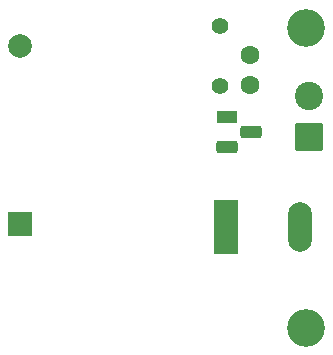
<source format=gbr>
%TF.GenerationSoftware,KiCad,Pcbnew,9.0.3*%
%TF.CreationDate,2025-11-18T21:13:43-05:00*%
%TF.ProjectId,digikey_water-alarm,64696769-6b65-4795-9f77-617465722d61,rev?*%
%TF.SameCoordinates,Original*%
%TF.FileFunction,Soldermask,Top*%
%TF.FilePolarity,Negative*%
%FSLAX46Y46*%
G04 Gerber Fmt 4.6, Leading zero omitted, Abs format (unit mm)*
G04 Created by KiCad (PCBNEW 9.0.3) date 2025-11-18 21:13:43*
%MOMM*%
%LPD*%
G01*
G04 APERTURE LIST*
G04 Aperture macros list*
%AMRoundRect*
0 Rectangle with rounded corners*
0 $1 Rounding radius*
0 $2 $3 $4 $5 $6 $7 $8 $9 X,Y pos of 4 corners*
0 Add a 4 corners polygon primitive as box body*
4,1,4,$2,$3,$4,$5,$6,$7,$8,$9,$2,$3,0*
0 Add four circle primitives for the rounded corners*
1,1,$1+$1,$2,$3*
1,1,$1+$1,$4,$5*
1,1,$1+$1,$6,$7*
1,1,$1+$1,$8,$9*
0 Add four rect primitives between the rounded corners*
20,1,$1+$1,$2,$3,$4,$5,0*
20,1,$1+$1,$4,$5,$6,$7,0*
20,1,$1+$1,$6,$7,$8,$9,0*
20,1,$1+$1,$8,$9,$2,$3,0*%
G04 Aperture macros list end*
%ADD10R,1.800000X1.100000*%
%ADD11RoundRect,0.275000X-0.625000X0.275000X-0.625000X-0.275000X0.625000X-0.275000X0.625000X0.275000X0*%
%ADD12C,3.200000*%
%ADD13C,1.400000*%
%ADD14C,1.600000*%
%ADD15RoundRect,0.250001X0.949999X-0.949999X0.949999X0.949999X-0.949999X0.949999X-0.949999X-0.949999X0*%
%ADD16C,2.400000*%
%ADD17R,2.000000X2.000000*%
%ADD18C,2.000000*%
%ADD19R,2.000000X4.600000*%
%ADD20O,2.000000X4.200000*%
G04 APERTURE END LIST*
D10*
%TO.C,Q1*%
X151238000Y-93599000D03*
D11*
X153308000Y-94869000D03*
X151238000Y-96139000D03*
%TD*%
D12*
%TO.C,REF\u002A\u002A*%
X157988000Y-111404400D03*
%TD*%
D13*
%TO.C,R1*%
X150698200Y-85877400D03*
X150698200Y-90957400D03*
%TD*%
D14*
%TO.C,C1*%
X153238200Y-88335800D03*
X153238200Y-90835800D03*
%TD*%
D15*
%TO.C,J2*%
X158247700Y-95298200D03*
D16*
X158247700Y-91798200D03*
%TD*%
D17*
%TO.C,BZ1*%
X133724000Y-102597600D03*
D18*
X133724000Y-87597600D03*
%TD*%
D19*
%TO.C,J1*%
X151155400Y-102870000D03*
D20*
X157455400Y-102870000D03*
%TD*%
D12*
%TO.C,REF\u002A\u002A*%
X157988000Y-86004400D03*
%TD*%
M02*

</source>
